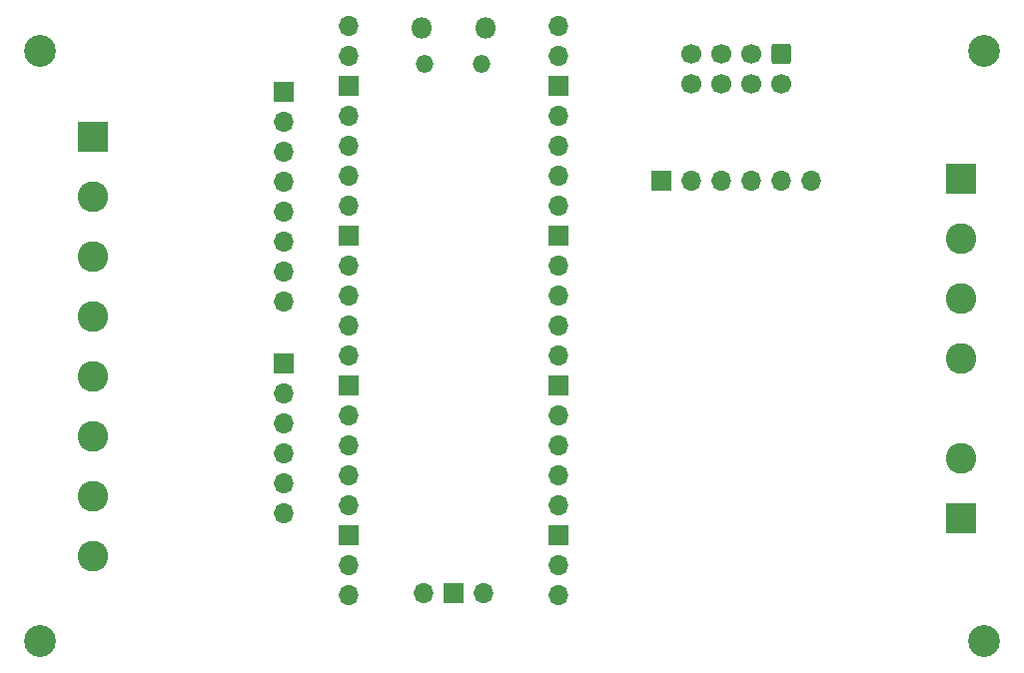
<source format=gbs>
%TF.GenerationSoftware,KiCad,Pcbnew,8.0.2*%
%TF.CreationDate,2024-09-15T12:36:31-05:00*%
%TF.ProjectId,Axis_MCU_V3,41786973-5f4d-4435-955f-56332e6b6963,rev?*%
%TF.SameCoordinates,Original*%
%TF.FileFunction,Soldermask,Bot*%
%TF.FilePolarity,Negative*%
%FSLAX46Y46*%
G04 Gerber Fmt 4.6, Leading zero omitted, Abs format (unit mm)*
G04 Created by KiCad (PCBNEW 8.0.2) date 2024-09-15 12:36:31*
%MOMM*%
%LPD*%
G01*
G04 APERTURE LIST*
G04 Aperture macros list*
%AMRoundRect*
0 Rectangle with rounded corners*
0 $1 Rounding radius*
0 $2 $3 $4 $5 $6 $7 $8 $9 X,Y pos of 4 corners*
0 Add a 4 corners polygon primitive as box body*
4,1,4,$2,$3,$4,$5,$6,$7,$8,$9,$2,$3,0*
0 Add four circle primitives for the rounded corners*
1,1,$1+$1,$2,$3*
1,1,$1+$1,$4,$5*
1,1,$1+$1,$6,$7*
1,1,$1+$1,$8,$9*
0 Add four rect primitives between the rounded corners*
20,1,$1+$1,$2,$3,$4,$5,0*
20,1,$1+$1,$4,$5,$6,$7,0*
20,1,$1+$1,$6,$7,$8,$9,0*
20,1,$1+$1,$8,$9,$2,$3,0*%
G04 Aperture macros list end*
%ADD10O,1.800000X1.800000*%
%ADD11O,1.500000X1.500000*%
%ADD12O,1.700000X1.700000*%
%ADD13R,1.700000X1.700000*%
%ADD14R,2.600000X2.600000*%
%ADD15C,2.600000*%
%ADD16RoundRect,0.250000X-0.600000X0.600000X-0.600000X-0.600000X0.600000X-0.600000X0.600000X0.600000X0*%
%ADD17C,1.700000*%
%ADD18C,2.700000*%
G04 APERTURE END LIST*
D10*
%TO.C,U1*%
X97275000Y-33000000D03*
D11*
X97575000Y-36030000D03*
X102425000Y-36030000D03*
D10*
X102725000Y-33000000D03*
D12*
X91110000Y-32870000D03*
X91110000Y-35410000D03*
D13*
X91110000Y-37950000D03*
D12*
X91110000Y-40490000D03*
X91110000Y-43030000D03*
X91110000Y-45570000D03*
X91110000Y-48110000D03*
D13*
X91110000Y-50650000D03*
D12*
X91110000Y-53190000D03*
X91110000Y-55730000D03*
X91110000Y-58270000D03*
X91110000Y-60810000D03*
D13*
X91110000Y-63350000D03*
D12*
X91110000Y-65890000D03*
X91110000Y-68430000D03*
X91110000Y-70970000D03*
X91110000Y-73510000D03*
D13*
X91110000Y-76050000D03*
D12*
X91110000Y-78590000D03*
X91110000Y-81130000D03*
X108890000Y-81130000D03*
X108890000Y-78590000D03*
D13*
X108890000Y-76050000D03*
D12*
X108890000Y-73510000D03*
X108890000Y-70970000D03*
X108890000Y-68430000D03*
X108890000Y-65890000D03*
D13*
X108890000Y-63350000D03*
D12*
X108890000Y-60810000D03*
X108890000Y-58270000D03*
X108890000Y-55730000D03*
X108890000Y-53190000D03*
D13*
X108890000Y-50650000D03*
D12*
X108890000Y-48110000D03*
X108890000Y-45570000D03*
X108890000Y-43030000D03*
X108890000Y-40490000D03*
D13*
X108890000Y-37950000D03*
D12*
X108890000Y-35410000D03*
X108890000Y-32870000D03*
X97460000Y-80900000D03*
D13*
X100000000Y-80900000D03*
D12*
X102540000Y-80900000D03*
%TD*%
D14*
%TO.C,J3*%
X143000000Y-45780000D03*
D15*
X143000000Y-50860000D03*
X143000000Y-55940000D03*
X143000000Y-61020000D03*
%TD*%
D14*
%TO.C,J2*%
X69495000Y-42220000D03*
D15*
X69495000Y-47300000D03*
X69495000Y-52380000D03*
X69495000Y-57460000D03*
X69495000Y-62540000D03*
X69495000Y-67620000D03*
X69495000Y-72700000D03*
X69495000Y-77780000D03*
%TD*%
D13*
%TO.C,J8*%
X117650000Y-46000000D03*
D12*
X120190000Y-46000000D03*
X122730000Y-46000000D03*
X125270000Y-46000000D03*
X127810000Y-46000000D03*
X130350000Y-46000000D03*
%TD*%
D16*
%TO.C,J10*%
X127810000Y-35200000D03*
D17*
X127810000Y-37740000D03*
X125270000Y-35200000D03*
X125270000Y-37740000D03*
X122730000Y-35200000D03*
X122730000Y-37740000D03*
X120190000Y-35200000D03*
X120190000Y-37740000D03*
%TD*%
D18*
%TO.C,H4*%
X145000000Y-35000000D03*
%TD*%
%TO.C,H2*%
X65000000Y-85000000D03*
%TD*%
D14*
%TO.C,J5*%
X143000000Y-74545000D03*
D15*
X143000000Y-69465000D03*
%TD*%
D18*
%TO.C,H3*%
X145000000Y-85000000D03*
%TD*%
D13*
%TO.C,J9*%
X85600000Y-38420000D03*
D12*
X85600000Y-40960000D03*
X85600000Y-43500000D03*
X85600000Y-46040000D03*
X85600000Y-48580000D03*
X85600000Y-51120000D03*
X85600000Y-53660000D03*
X85600000Y-56200000D03*
%TD*%
D18*
%TO.C,H1*%
X65000000Y-35000000D03*
%TD*%
D13*
%TO.C,J7*%
X85600000Y-61460000D03*
D12*
X85600000Y-64000000D03*
X85600000Y-66540000D03*
X85600000Y-69080000D03*
X85600000Y-71620000D03*
X85600000Y-74160000D03*
%TD*%
M02*

</source>
